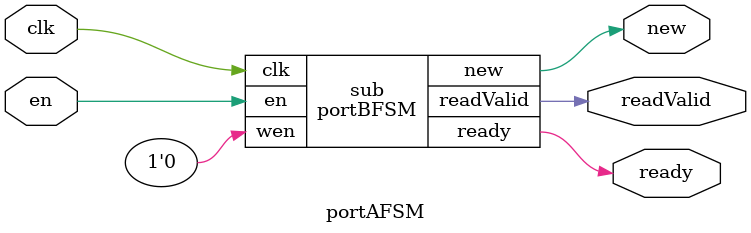
<source format=v>
module RamIO #(
    parameter IDLE = 2'b00,
    parameter READ0 = 2'b01,
    parameter READ1 = 2'b11,
    parameter WRITE = 2'b10
)(
    input clk,
    
    input enA,
    input [16:0] addrA,
    output [31:0] doutA,
    output [31:0] addrOutA,
    output readValidA,

    input enB,
    input [3:0] weB,
    input [16:0] addrB,
    input [31:0] dinB,
    input [1:0] memOp,
    input [1:0] memSize,
    output [31:0] doutB,
    output [31:0] addrOutB,
    output [1:0] memOpOut,
    output [1:0] memSizeOut,
    output readValidB,
    output wire ready
    );
    wire readyA, readyB, realEnA, realEnB, newA, newB;
    assign ready = readyA&readyB;
    assign realEnA = ready ? enA : ~readyA;//enA&(~readyA)&(~ready) | enA&(~readyA)&(ready) | enA&readyA&ready;
    assign realEnB = ready ? enB : ~readyB;//enB&(~readyB)&(~ready) | enB&(~readyB)&(ready) | enB&readyB&ready;
    
    reg [16:0] currAddrA, currAddrB;
    reg [1:0] currMemOp, currMemSize;
    always @(posedge clk) begin
        if (newA) begin
            currAddrA <= addrA;
        end
        if (newB) begin
            currAddrB <= addrB;
            currMemOp <= memOp;
            currMemSize <= memSize;
        end
    end
    assign addrOutA = {12'h800, 3'b000, currAddrA};
    assign addrOutB = {12'h800, 3'b000, currAddrB};
    assign memOpOut = currMemOp;
    assign memSizeOut = currMemSize;
    
    
    portAFSM portA(
        .clk(clk),
        .en(realEnA),
        .readValid(readValidA),
        .ready(readyA),
        .new(newA)
    );
    portBFSM portB(
        .clk(clk),
        .en(realEnB),
        .wen(weB[3] | weB[2] | weB[1] | weB[0]),
        .readValid(readValidB),
        .ready(readyB),
        .new(newB)
    );
  dualPortRAM32kx32 ram (
        .clka(clk),
        .ena(realEnA),
        .regcea(realEnA),
        .wea(4'b0000),
        .addra({addrA[16:2]}),
        .dina(32'hxxxx_xxxx),
        .douta(doutA),
        .clkb(clk),
        .enb(realEnB),
        .regceb(realEnB),
        .web(weB),
        .addrb({addrB[16:2]}),
        .dinb(dinB),
        .doutb(doutB)
    );

endmodule


module portBFSM #(
    parameter IDLE = 2'b00,
    parameter READ0 = 2'b01,
    parameter READ1 = 2'b11,
    parameter WRITE = 2'b10
)(
    input clk,
    input en, 
    input wen, 
    output reg readValid = 1'b0,
    output reg ready = 1'b1,
    output new
);
    reg [1:0] state = IDLE;
    always @(posedge clk) begin
        if (en) begin
            if (state == IDLE) begin
                state <= wen ? WRITE : READ0;
                readValid <= 0;
                ready <= 0;
            end
            else if (state == READ0) begin
                state <= READ1;
                readValid <= 0;
                ready <= 0;
            end
            else if (state == READ1) begin
                state <= IDLE;
                readValid <= 1;
                ready <= 1;
            end
            else if (state == WRITE) begin
                state <= IDLE;
                readValid <= 0;
                ready <= 1;
            end
        end else begin
            state <= IDLE;
            ready <= 1;
        end
    end
    assign new = state == IDLE;
endmodule

module portAFSM (
    input clk,
    input en, 
    output wire readValid,
    output wire ready,
    output wire new
);
    portBFSM sub(
        .clk(clk),
        .en(en),
        .wen(1'b0),
        .readValid(readValid),
        .ready(ready),
        .new(new)
    );
endmodule




































//     wire realEnA = ~(prevEnA&enA&(~ready)&readyA);
//     wire realEnB = ~(prevEnA&enB&(~ready)&readyB);
//     dualPortRAM32kx32 ram (
//         .clka(clk),
//         .ena(realEnA),
//         .regcea(realEnA),
//         .wea(4'b0000),
//         .addra({addrA[16:2], 2'b00}),
//         .dina(32'hxxxx_xxxx),
//         .douta(doutA),
//         .clkb(clk),
//         .enb(realEnB),
//         .regceb(realEnB),
//         .web(weB),
//         .addrb({addrB[16:2], 2'b00}),
//         .dinb(dinB),
//         .doutb(doutB)
//     );
//     reg [1:0] stateA = IDLE;
//     reg [1:0] stateB = IDLE;
//     reg readValid0A = 1'b0;
//     reg readValid1A = 1'b0;
//     reg readValid2A = 1'b0;
//     reg [16:0] addr0A, addr1A, addr2A;
//     reg readValid0B = 1'b0;
//     reg readValid1B = 1'b0;
//     reg readValid2B = 1'b0;
//     reg [16:0] addr0B, addr1B, addr2B;
    
    
//     wire readyA, readyB;
//     assign ready = readyA&readyB;
//     reg prevEnA = 1'b0;
//     reg prevEnB = 1'b0;

//     always @(posedge clk) begin
//         prevEnA <= enA;
//         prevEnB <= enB;
//         if (~realEnA) begin
//             stateA <= IDLE;
//         end
//         else if (stateA == IDLE) begin
//             stateA <= READ0;
//         end
//         else if (stateA == READ0) begin
//             stateA <= READ1;
//         end
//         else if (stateA == READ1) begin
//             stateA <= IDLE;
//         end
//         else if (stateA == WRITE) begin
//             stateA <= IDLE;
//         end
//         if (realEnA) begin
//             readValid0A <= (readyA)&realEnA;
//             readValid1A <= readValid0A;
//             readValid2A <= readValid1A;
//             addr0A <= addrA;
//             addr1A <= addr0A;
//             addr2A <= addr1A;
//         end
//     end
//     assign readyA = stateA == IDLE;
//     assign readValidA = readValid2A&readyA;
//     assign addrOutA = {12'h800, 3'b000, addr2A};
    
    
//     always @(posedge clk) begin
//         if (~realEnB) begin
//             stateB <= IDLE;
//         end
//         else if (stateB == IDLE) begin
//             stateB <= weB ? WRITE : READ0;
//         end
//         else if (stateB == READ0) begin
//             stateB <= READ1;
//         end
//         else if (stateB == READ1) begin
//             stateB <= IDLE;
//         end
//         else if (stateB == WRITE) begin
//             stateB <= IDLE;
//         end
//         if (realEnB) begin
//             readValid0B <= ((~weB)&readyB)&realEnB;
//             readValid1B <= readValid0B;
//             readValid2B <= readValid1B;
//             addr0B <= addrB;
//             addr1B <= addr0B;
//             addr2B <= addr1B;
//         end
//     end
//     assign readyB = (stateB == IDLE);
//     assign readValidB = readValid2B&readyB;
//     assign addrOutB = {12'h800, 3'b000, addr2B};

// endmodule
</source>
